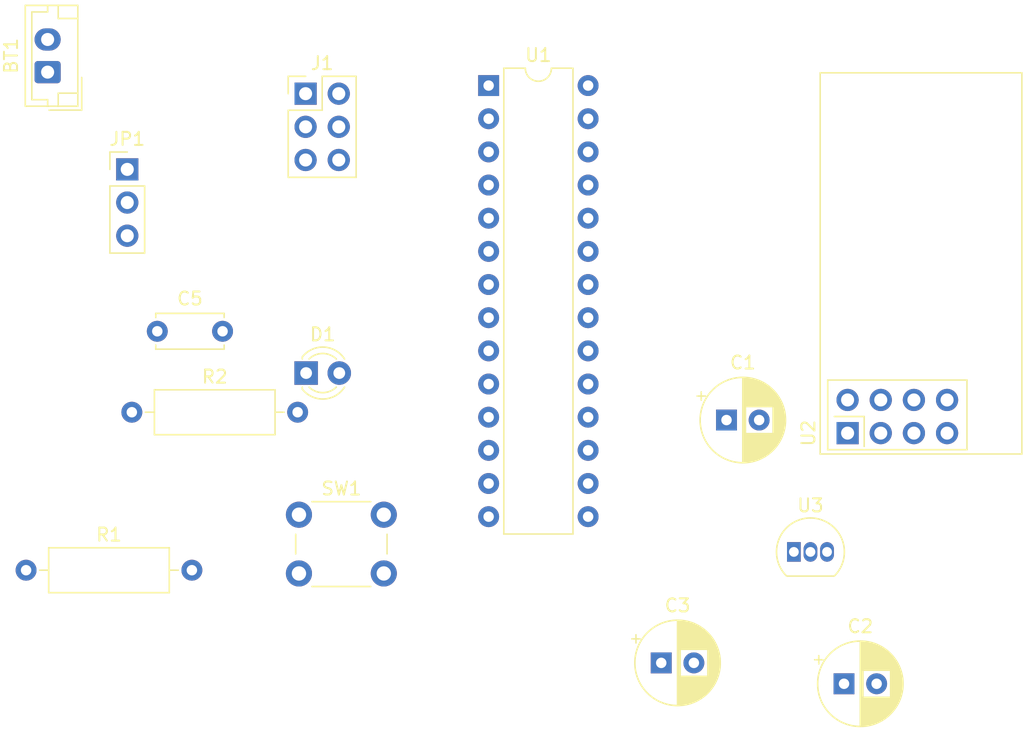
<source format=kicad_pcb>
(kicad_pcb (version 20221018) (generator pcbnew)
  (layers (0 "F.Cu" signal) (31 "B.Cu" signal) (34 "B.Paste" user) (35 "F.Paste" user) (36 "B.SilkS" user "B.Silkscreen") (37 "F.SilkS" user "F.Silkscreen") (38 "B.Mask" user) (39 "F.Mask" user) (44 "Edge.Cuts" user))
  (net 0 "")
  (net 1 "Net-(BT1-+)")
  (net 2 "GND")
  (net 3 "/3.3V")
  (net 4 "Net-(JP1-C)")
  (net 5 "Net-(D1-A)")
  (net 6 "/MISO")
  (net 7 "/SCK")
  (net 8 "/RESET")
  (net 9 "/MOSI")
  (net 10 "/ISP_PWR")
  (net 11 "/ACT")
  (net 22 "/CSN")
  (net 23 "/CE")
  (footprint "Connector_PinHeader_2.54mm:PinHeader_2x03_P2.54mm_Vertical" (layer "F.Cu") (at 114.76 59.3)
    (fp_text reference "J1" (at 1.27 -2.33) (layer "F.SilkS"))
    (fp_text value "Conn_02x03_Counter_Clockwise")
    (pad "1" thru_hole rect (at 0 0) (size 1.7 1.7) (drill 1) (layers "*.Cu" "*.Mask") (net 6 "/MISO"))
    (pad "2" thru_hole oval (at 2.54 0) (size 1.7 1.7) (drill 1) (layers "*.Cu" "*.Mask") (net 7 "/SCK"))
    (pad "3" thru_hole oval (at 0 2.54) (size 1.7 1.7) (drill 1) (layers "*.Cu" "*.Mask") (net 8 "/RESET"))
    (pad "4" thru_hole oval (at 2.54 2.54) (size 1.7 1.7) (drill 1) (layers "*.Cu" "*.Mask") (net 2 "GND"))
    (pad "5" thru_hole oval (at 0 5.08) (size 1.7 1.7) (drill 1) (layers "*.Cu" "*.Mask") (net 9 "/MOSI"))
    (pad "6" thru_hole oval (at 2.54 5.08) (size 1.7 1.7) (drill 1) (layers "*.Cu" "*.Mask") (net 10 "/ISP_PWR"))
  )
  (footprint "Capacitor_THT:CP_Radial_D6.3mm_P2.50mm" (layer "F.Cu") (at 156 104.5)
    (fp_text reference "C2" (at 1.25 -4.4) (layer "F.SilkS"))
    (fp_text value "1.0u")
    (pad "1" thru_hole rect (at 0 0) (size 1.6 1.6) (drill 0.8) (layers "*.Cu" "*.Mask") (net 4 "Net-(JP1-C)"))
    (pad "2" thru_hole circle (at 2.5 0) (size 1.6 1.6) (drill 0.8) (layers "*.Cu" "*.Mask") (net 2 "GND"))
  )
  (footprint "Connector_PinHeader_2.54mm:PinHeader_1x03_P2.54mm_Vertical" (layer "F.Cu") (at 101.1 65.1)
    (fp_text reference "JP1" (at 0 -2.33) (layer "F.SilkS"))
    (fp_text value "Jumper_3_Bridged12")
    (pad "1" thru_hole rect (at 0 0) (size 1.7 1.7) (drill 1) (layers "*.Cu" "*.Mask") (net 1 "Net-(BT1-+)"))
    (pad "2" thru_hole oval (at 0 2.54) (size 1.7 1.7) (drill 1) (layers "*.Cu" "*.Mask") (net 4 "Net-(JP1-C)"))
    (pad "3" thru_hole oval (at 0 5.08) (size 1.7 1.7) (drill 1) (layers "*.Cu" "*.Mask") (net 10 "/ISP_PWR"))
  )
  (footprint "Connector_JST:JST_EH_B2B-EH-A_1x02_P2.50mm_Vertical" (layer "F.Cu") (at 95 57.65 90)
    (fp_text reference "BT1" (at 1.25 -2.8 90) (layer "F.SilkS"))
    (fp_text value "Battery")
    (pad "1" thru_hole roundrect (at 0 0 90) (size 1.7 2) (drill 1) (layers "*.Cu" "*.Mask") (roundrect_rratio 0.147059) (net 1 "Net-(BT1-+)"))
    (pad "2" thru_hole oval (at 2.5 0 90) (size 1.7 2) (drill 1) (layers "*.Cu" "*.Mask") (net 2 "GND"))
  )
  (footprint "Resistor_THT:R_Axial_DIN0309_L9.0mm_D3.2mm_P12.70mm_Horizontal" (layer "F.Cu") (at 93.35 95.8)
    (fp_text reference "R1" (at 6.35 -2.72) (layer "F.SilkS"))
    (fp_text value "10k")
    (pad "1" thru_hole circle (at 0 0) (size 1.6 1.6) (drill 0.8) (layers "*.Cu" "*.Mask") (net 8 "/RESET"))
    (pad "2" thru_hole oval (at 12.7 0) (size 1.6 1.6) (drill 0.8) (layers "*.Cu" "*.Mask") (net 4 "Net-(JP1-C)"))
  )
  (footprint "Capacitor_THT:CP_Radial_D6.3mm_P2.50mm" (layer "F.Cu") (at 142 102.9)
    (fp_text reference "C3" (at 1.25 -4.4) (layer "F.SilkS"))
    (fp_text value "2.2u")
    (pad "1" thru_hole rect (at 0 0) (size 1.6 1.6) (drill 0.8) (layers "*.Cu" "*.Mask") (net 3 "/3.3V"))
    (pad "2" thru_hole circle (at 2.5 0) (size 1.6 1.6) (drill 0.8) (layers "*.Cu" "*.Mask") (net 2 "GND"))
  )
  (footprint "Capacitor_THT:CP_Radial_D6.3mm_P2.50mm" (layer "F.Cu") (at 147 84.3)
    (fp_text reference "C1" (at 1.25 -4.4) (layer "F.SilkS"))
    (fp_text value "10u")
    (pad "1" thru_hole rect (at 0 0) (size 1.6 1.6) (drill 0.8) (layers "*.Cu" "*.Mask") (net 3 "/3.3V"))
    (pad "2" thru_hole circle (at 2.5 0) (size 1.6 1.6) (drill 0.8) (layers "*.Cu" "*.Mask") (net 2 "GND"))
  )
  (footprint "Capacitor_THT:C_Disc_D5.0mm_W2.5mm_P5.00mm" (layer "F.Cu") (at 103.4 77.5)
    (fp_text reference "C5" (at 2.5 -2.5) (layer "F.SilkS"))
    (fp_text value "100n")
    (pad "1" thru_hole circle (at 0 0) (size 1.6 1.6) (drill 0.8) (layers "*.Cu" "*.Mask") (net 3 "/3.3V"))
    (pad "2" thru_hole circle (at 5 0) (size 1.6 1.6) (drill 0.8) (layers "*.Cu" "*.Mask") (net 2 "GND"))
  )
  (footprint "Package_TO_SOT_THT:TO-92_Inline" (layer "F.Cu") (at 152.16 94.4)
    (fp_text reference "U3" (at 1.27 -3.56) (layer "F.SilkS"))
    (fp_text value "LP2950-3.3_TO92")
    (pad "1" thru_hole rect (at 0 0) (size 1.05 1.5) (drill 0.75) (layers "*.Cu" "*.Mask") (net 3 "/3.3V"))
    (pad "2" thru_hole oval (at 1.27 0) (size 1.05 1.5) (drill 0.75) (layers "*.Cu" "*.Mask") (net 2 "GND"))
    (pad "3" thru_hole oval (at 2.54 0) (size 1.05 1.5) (drill 0.75) (layers "*.Cu" "*.Mask") (net 4 "Net-(JP1-C)"))
  )
  (footprint "LED_THT:LED_D3.0mm_FlatTop" (layer "F.Cu") (at 114.8 80.7)
    (fp_text reference "D1" (at 1.27 -2.96) (layer "F.SilkS"))
    (fp_text value "LED")
    (pad "1" thru_hole rect (at 0 0) (size 1.8 1.8) (drill 0.9) (layers "*.Cu" "*.Mask") (net 2 "GND"))
    (pad "2" thru_hole circle (at 2.54 0) (size 1.8 1.8) (drill 0.9) (layers "*.Cu" "*.Mask") (net 5 "Net-(D1-A)"))
  )
  (footprint "Package_DIP:DIP-28_W7.62mm" (layer "F.Cu") (at 128.78 58.68)
    (fp_text reference "U1" (at 3.81 -2.33) (layer "F.SilkS"))
    (fp_text value "ATmega88-20P")
    (pad "1" thru_hole rect (at 0 0) (size 1.6 1.6) (drill 0.8) (layers "*.Cu" "*.Mask") (net 8 "/RESET"))
    (pad "2" thru_hole oval (at 0 2.54) (size 1.6 1.6) (drill 0.8) (layers "*.Cu" "*.Mask"))
    (pad "3" thru_hole oval (at 0 5.08) (size 1.6 1.6) (drill 0.8) (layers "*.Cu" "*.Mask"))
    (pad "4" thru_hole oval (at 0 7.62) (size 1.6 1.6) (drill 0.8) (layers "*.Cu" "*.Mask"))
    (pad "5" thru_hole oval (at 0 10.16) (size 1.6 1.6) (drill 0.8) (layers "*.Cu" "*.Mask"))
    (pad "6" thru_hole oval (at 0 12.7) (size 1.6 1.6) (drill 0.8) (layers "*.Cu" "*.Mask"))
    (pad "7" thru_hole oval (at 0 15.24) (size 1.6 1.6) (drill 0.8) (layers "*.Cu" "*.Mask") (net 4 "Net-(JP1-C)"))
    (pad "8" thru_hole oval (at 0 17.78) (size 1.6 1.6) (drill 0.8) (layers "*.Cu" "*.Mask") (net 2 "GND"))
    (pad "9" thru_hole oval (at 0 20.32) (size 1.6 1.6) (drill 0.8) (layers "*.Cu" "*.Mask"))
    (pad "10" thru_hole oval (at 0 22.86) (size 1.6 1.6) (drill 0.8) (layers "*.Cu" "*.Mask"))
    (pad "11" thru_hole oval (at 0 25.4) (size 1.6 1.6) (drill 0.8) (layers "*.Cu" "*.Mask"))
    (pad "12" thru_hole oval (at 0 27.94) (size 1.6 1.6) (drill 0.8) (layers "*.Cu" "*.Mask"))
    (pad "13" thru_hole oval (at 0 30.48) (size 1.6 1.6) (drill 0.8) (layers "*.Cu" "*.Mask"))
    (pad "14" thru_hole oval (at 0 33.02) (size 1.6 1.6) (drill 0.8) (layers "*.Cu" "*.Mask") (net 11 "/ACT"))
    (pad "15" thru_hole oval (at 7.62 33.02) (size 1.6 1.6) (drill 0.8) (layers "*.Cu" "*.Mask") (net 22 "/CSN"))
    (pad "16" thru_hole oval (at 7.62 30.48) (size 1.6 1.6) (drill 0.8) (layers "*.Cu" "*.Mask") (net 23 "/CE"))
    (pad "17" thru_hole oval (at 7.62 27.94) (size 1.6 1.6) (drill 0.8) (layers "*.Cu" "*.Mask") (net 9 "/MOSI"))
    (pad "18" thru_hole oval (at 7.62 25.4) (size 1.6 1.6) (drill 0.8) (layers "*.Cu" "*.Mask") (net 6 "/MISO"))
    (pad "19" thru_hole oval (at 7.62 22.86) (size 1.6 1.6) (drill 0.8) (layers "*.Cu" "*.Mask") (net 7 "/SCK"))
    (pad "20" thru_hole oval (at 7.62 20.32) (size 1.6 1.6) (drill 0.8) (layers "*.Cu" "*.Mask") (net 4 "Net-(JP1-C)"))
    (pad "21" thru_hole oval (at 7.62 17.78) (size 1.6 1.6) (drill 0.8) (layers "*.Cu" "*.Mask"))
    (pad "22" thru_hole oval (at 7.62 15.24) (size 1.6 1.6) (drill 0.8) (layers "*.Cu" "*.Mask") (net 2 "GND"))
    (pad "23" thru_hole oval (at 7.62 12.7) (size 1.6 1.6) (drill 0.8) (layers "*.Cu" "*.Mask"))
    (pad "24" thru_hole oval (at 7.62 10.16) (size 1.6 1.6) (drill 0.8) (layers "*.Cu" "*.Mask"))
    (pad "25" thru_hole oval (at 7.62 7.62) (size 1.6 1.6) (drill 0.8) (layers "*.Cu" "*.Mask"))
    (pad "26" thru_hole oval (at 7.62 5.08) (size 1.6 1.6) (drill 0.8) (layers "*.Cu" "*.Mask"))
    (pad "27" thru_hole oval (at 7.62 2.54) (size 1.6 1.6) (drill 0.8) (layers "*.Cu" "*.Mask"))
    (pad "28" thru_hole oval (at 7.62 0) (size 1.6 1.6) (drill 0.8) (layers "*.Cu" "*.Mask"))
  )
  (footprint "RF_Module:nRF24L01_Breakout" (layer "F.Cu") (at 156.275 85.3 90)
    (fp_text reference "U2" (at 0 -3 90) (layer "F.SilkS"))
    (fp_text value "NRF24L01_Breakout")
    (pad "1" thru_hole rect (at 0 0 90) (size 1.7 1.7) (drill 1) (layers "*.Cu" "*.Mask") (net 2 "GND"))
    (pad "2" thru_hole circle (at 2.54 0 90) (size 1.7 1.7) (drill 1) (layers "*.Cu" "*.Mask") (net 3 "/3.3V"))
    (pad "3" thru_hole circle (at 0 2.54 90) (size 1.7 1.7) (drill 1) (layers "*.Cu" "*.Mask") (net 23 "/CE"))
    (pad "4" thru_hole circle (at 2.54 2.54 90) (size 1.7 1.7) (drill 1) (layers "*.Cu" "*.Mask") (net 22 "/CSN"))
    (pad "5" thru_hole circle (at 0 5.08 90) (size 1.7 1.7) (drill 1) (layers "*.Cu" "*.Mask") (net 7 "/SCK"))
    (pad "6" thru_hole circle (at 2.54 5.08 90) (size 1.7 1.7) (drill 1) (layers "*.Cu" "*.Mask") (net 9 "/MOSI"))
    (pad "7" thru_hole circle (at 0 7.62 90) (size 1.7 1.7) (drill 1) (layers "*.Cu" "*.Mask") (net 6 "/MISO"))
    (pad "8" thru_hole circle (at 2.54 7.62 90) (size 1.7 1.7) (drill 1) (layers "*.Cu" "*.Mask"))
  )
  (footprint "Button_Switch_THT:SW_PUSH_6mm" (layer "F.Cu") (at 114.25 91.55)
    (fp_text reference "SW1" (at 3.25 -2) (layer "F.SilkS"))
    (fp_text value "SW_Push")
    (pad "1" thru_hole circle (at 0 0 90) (size 2 2) (drill 1.1) (layers "*.Cu" "*.Mask") (net 2 "GND"))
    (pad "1" thru_hole circle (at 6.5 0 90) (size 2 2) (drill 1.1) (layers "*.Cu" "*.Mask") (net 2 "GND"))
    (pad "2" thru_hole circle (at 0 4.5 90) (size 2 2) (drill 1.1) (layers "*.Cu" "*.Mask") (net 4 "Net-(JP1-C)"))
    (pad "2" thru_hole circle (at 6.5 4.5 90) (size 2 2) (drill 1.1) (layers "*.Cu" "*.Mask") (net 4 "Net-(JP1-C)"))
  )
  (footprint "Resistor_THT:R_Axial_DIN0309_L9.0mm_D3.2mm_P12.70mm_Horizontal" (layer "F.Cu") (at 101.45 83.7)
    (fp_text reference "R2" (at 6.35 -2.72) (layer "F.SilkS"))
    (fp_text value "2k")
    (pad "1" thru_hole circle (at 0 0) (size 1.6 1.6) (drill 0.8) (layers "*.Cu" "*.Mask") (net 11 "/ACT"))
    (pad "2" thru_hole oval (at 12.7 0) (size 1.6 1.6) (drill 0.8) (layers "*.Cu" "*.Mask") (net 5 "Net-(D1-A)"))
  )
)
</source>
